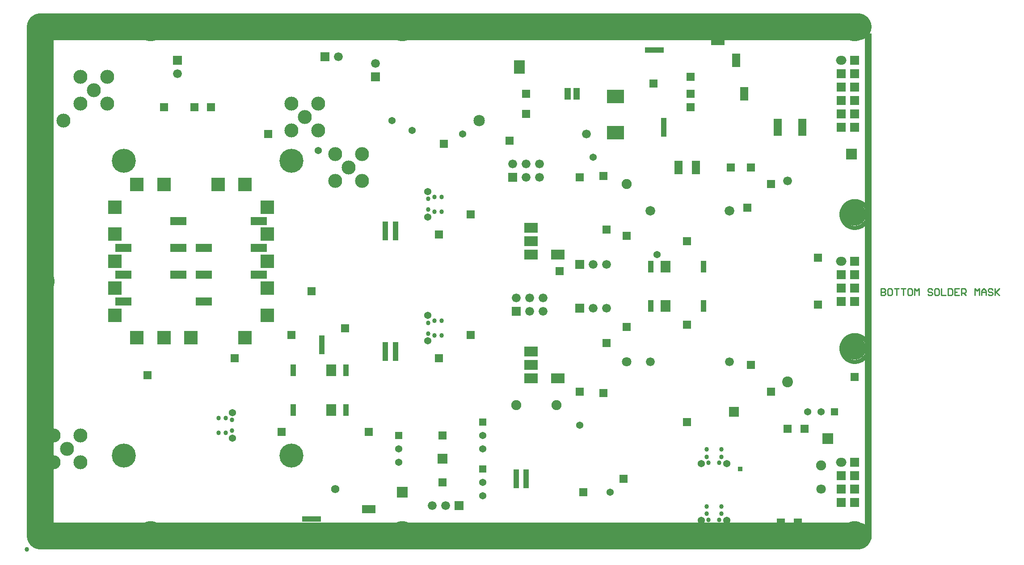
<source format=gbs>
*%FSLAX24Y24*%
*%MOIN*%
G01*
%ADD11C,0.0000*%
%ADD12C,0.0050*%
%ADD13C,0.0060*%
%ADD14C,0.0073*%
%ADD15C,0.0080*%
%ADD16C,0.0098*%
%ADD17C,0.0100*%
%ADD18C,0.0120*%
%ADD19C,0.0150*%
%ADD20C,0.0160*%
%ADD21C,0.0160*%
%ADD22C,0.0197*%
%ADD23C,0.0200*%
%ADD24C,0.0200*%
%ADD25C,0.0240*%
%ADD26O,0.0240X0.0800*%
%ADD27C,0.0250*%
%ADD28O,0.0280X0.0840*%
%ADD29C,0.0300*%
%ADD30C,0.0300*%
%ADD31C,0.0320*%
%ADD32C,0.0340*%
%ADD33C,0.0360*%
%ADD34C,0.0380*%
%ADD35C,0.0394*%
%ADD36C,0.0397*%
%ADD37C,0.0400*%
%ADD38C,0.0434*%
%ADD39C,0.0460*%
%ADD40C,0.0480*%
%ADD41C,0.0480*%
%ADD42C,0.0500*%
%ADD43C,0.0500*%
%ADD44C,0.0520*%
%ADD45C,0.0540*%
%ADD46C,0.0560*%
%ADD47C,0.0580*%
%ADD48C,0.0600*%
%ADD49C,0.0620*%
%ADD50C,0.0650*%
%ADD51C,0.0660*%
%ADD52C,0.0670*%
%ADD53C,0.0680*%
%ADD54C,0.0710*%
%ADD55C,0.0720*%
%ADD56O,0.0750X0.0620*%
%ADD57C,0.0750*%
%ADD58C,0.0760*%
%ADD59O,0.0790X0.0660*%
%ADD60C,0.0810*%
%ADD61C,0.0827*%
%ADD62C,0.0850*%
%ADD63C,0.0870*%
%ADD64C,0.1000*%
%ADD65C,0.1040*%
%ADD66C,0.1299*%
%ADD67C,0.1499*%
%ADD68C,0.1600*%
%ADD69C,0.1700*%
%ADD70C,0.1750*%
%ADD71C,0.1790*%
%ADD72C,0.2000*%
%ADD73C,0.2299*%
%ADD74R,0.0100X0.0100*%
%ADD75R,0.0200X0.0200*%
%ADD76R,0.0200X0.0500*%
%ADD77R,0.0200X0.0650*%
%ADD78R,0.0200X0.1600*%
%ADD79R,0.0240X0.0700*%
%ADD80R,0.0280X0.0600*%
%ADD81R,0.0300X0.0300*%
%ADD82R,0.0300X0.0300*%
%ADD83R,0.0300X0.0600*%
%ADD84R,0.0300X0.0650*%
%ADD85R,0.0300X0.0700*%
%ADD86R,0.0315X0.0709*%
%ADD87R,0.0320X0.0560*%
%ADD88R,0.0320X0.0640*%
%ADD89R,0.0335X0.0758*%
%ADD90R,0.0340X0.0340*%
%ADD91R,0.0340X0.0700*%
%ADD92R,0.0340X0.0800*%
%ADD93R,0.0344X0.0787*%
%ADD94R,0.0344X0.0797*%
%ADD95R,0.0350X0.0700*%
%ADD96R,0.0350X0.0800*%
%ADD97R,0.0354X0.0787*%
%ADD98R,0.0355X0.0749*%
%ADD99R,0.0360X0.0600*%
%ADD100R,0.0360X0.1300*%
%ADD101R,0.0394X0.0827*%
%ADD102R,0.0400X0.0200*%
%ADD103R,0.0400X0.0500*%
%ADD104R,0.0400X0.0640*%
%ADD105R,0.0400X0.0750*%
%ADD106R,0.0400X0.1350*%
%ADD107R,0.0420X0.0850*%
%ADD108R,0.0434X0.0867*%
%ADD109R,0.0440X0.0540*%
%ADD110R,0.0440X0.1390*%
%ADD111R,0.0460X0.0890*%
%ADD112R,0.0500X0.0200*%
%ADD113R,0.0500X0.0400*%
%ADD114R,0.0500X0.0500*%
%ADD115R,0.0500X0.0500*%
%ADD116R,0.0500X0.0850*%
%ADD117R,0.0500X0.1000*%
%ADD118R,0.0500X0.1200*%
%ADD119R,0.0540X0.0440*%
%ADD120R,0.0540X0.0540*%
%ADD121R,0.0540X0.0890*%
%ADD122R,0.0540X0.0960*%
%ADD123R,0.0540X0.1040*%
%ADD124R,0.0550X0.0650*%
%ADD125R,0.0550X0.0780*%
%ADD126R,0.0550X0.0800*%
%ADD127R,0.0560X0.0320*%
%ADD128R,0.0591X0.1260*%
%ADD129R,0.0600X0.0280*%
%ADD130R,0.0600X0.0360*%
%ADD131R,0.0600X0.0600*%
%ADD132R,0.0600X0.1000*%
%ADD133R,0.0600X0.1200*%
%ADD134R,0.0600X0.1250*%
%ADD135R,0.0620X0.0620*%
%ADD136R,0.0631X0.1300*%
%ADD137R,0.0640X0.0320*%
%ADD138R,0.0640X0.0400*%
%ADD139R,0.0640X0.0640*%
%ADD140R,0.0640X0.1040*%
%ADD141R,0.0640X0.1290*%
%ADD142R,0.0650X0.0200*%
%ADD143R,0.0650X0.0550*%
%ADD144R,0.0650X0.0650*%
%ADD145R,0.0660X0.0660*%
%ADD146R,0.0700X0.0700*%
%ADD147R,0.0700X0.0900*%
%ADD148R,0.0709X0.0827*%
%ADD149R,0.0740X0.0740*%
%ADD150R,0.0749X0.0867*%
%ADD151R,0.0750X0.0400*%
%ADD152R,0.0750X0.0750*%
%ADD153R,0.0750X0.0750*%
%ADD154R,0.0750X0.0800*%
%ADD155R,0.0790X0.0790*%
%ADD156R,0.0800X0.0750*%
%ADD157R,0.0800X0.0800*%
%ADD158R,0.0800X0.0800*%
%ADD159R,0.0800X0.1000*%
%ADD160R,0.0800X0.1250*%
%ADD161R,0.0840X0.1040*%
%ADD162R,0.0850X0.0500*%
%ADD163R,0.0890X0.0540*%
%ADD164R,0.0900X0.0600*%
%ADD165R,0.0900X0.0900*%
%ADD166R,0.0940X0.0940*%
%ADD167R,0.0960X0.0540*%
%ADD168R,0.0960X0.0960*%
%ADD169R,0.0960X0.1220*%
%ADD170R,0.1000X0.0500*%
%ADD171R,0.1000X0.0600*%
%ADD172R,0.1000X0.0700*%
%ADD173R,0.1000X0.1000*%
%ADD174R,0.1000X0.1000*%
%ADD175R,0.1000X0.1250*%
%ADD176R,0.1040X0.0540*%
%ADD177R,0.1040X0.0640*%
%ADD178R,0.1040X0.0740*%
%ADD179R,0.1040X0.1040*%
%ADD180R,0.1040X0.1290*%
%ADD181R,0.1060X0.1060*%
%ADD182R,0.1140X0.0540*%
%ADD183R,0.1200X0.0500*%
%ADD184R,0.1200X0.0600*%
%ADD185R,0.1220X0.0960*%
%ADD186R,0.1240X0.0640*%
%ADD187R,0.1250X0.0600*%
%ADD188R,0.1250X0.0800*%
%ADD189R,0.1250X0.1000*%
%ADD190R,0.1260X0.0591*%
%ADD191R,0.1290X0.0640*%
%ADD192R,0.1290X0.1040*%
%ADD193R,0.1300X0.0631*%
%ADD194R,0.1300X0.0360*%
%ADD195R,0.1350X0.0400*%
%ADD196R,0.1390X0.0440*%
%ADD197R,0.1500X0.1500*%
%ADD198R,0.1600X0.0200*%
%ADD199R,0.1600X0.2400*%
%ADD200R,0.1700X0.1700*%
%ADD201R,0.1800X0.1800*%
%ADD202R,0.1900X0.1900*%
%ADD203R,0.2000X0.0750*%
%ADD204R,0.2000X0.2000*%
%ADD205R,0.2040X0.0790*%
%ADD206R,0.2100X0.2100*%
%ADD207R,0.2200X0.2200*%
%ADD208R,0.2300X0.2300*%
%ADD209R,0.2400X0.1600*%
%ADD210R,0.2400X0.2400*%
%ADD211R,0.2500X0.2500*%
D11*
X96770Y52710D02*
D03*
Y44960D02*
D03*
X94020Y63710D02*
D03*
Y62460D02*
D03*
X93770Y52960D02*
D03*
X94020Y48960D02*
D03*
X95020Y51210D02*
D03*
Y41460D02*
D03*
X93770Y45210D02*
D03*
X94020Y31960D02*
D03*
X95020Y46710D02*
D03*
X93770Y29460D02*
D03*
X93270Y59960D02*
D03*
Y61210D02*
D03*
X92770Y52960D02*
D03*
X92270Y51960D02*
D03*
X91770Y47510D02*
D03*
X92270Y55210D02*
D03*
X93020Y32710D02*
D03*
Y34460D02*
D03*
Y35960D02*
D03*
X92770Y45210D02*
D03*
X91270Y63710D02*
D03*
X91020Y65960D02*
D03*
X91270Y48710D02*
D03*
Y61460D02*
D03*
Y50110D02*
D03*
Y46960D02*
D03*
Y30210D02*
D03*
X89520Y63960D02*
D03*
X89770Y67210D02*
D03*
X90520Y54960D02*
D03*
X90370Y51860D02*
D03*
Y53160D02*
D03*
X89720Y61610D02*
D03*
X89470Y50560D02*
D03*
X90370Y43960D02*
D03*
X90420Y45460D02*
D03*
X90270Y35460D02*
D03*
Y34210D02*
D03*
X90220Y38410D02*
D03*
X89770Y36460D02*
D03*
Y32460D02*
D03*
X88020Y59710D02*
D03*
X89170Y54360D02*
D03*
X88520Y47710D02*
D03*
X88370Y61460D02*
D03*
X88520Y62960D02*
D03*
X87520Y50210D02*
D03*
Y57810D02*
D03*
X87770Y46710D02*
D03*
X88770Y39460D02*
D03*
X88970Y46110D02*
D03*
X89020Y40960D02*
D03*
X88520Y38210D02*
D03*
Y34210D02*
D03*
X87520Y44960D02*
D03*
Y41960D02*
D03*
X86270Y50210D02*
D03*
X87170Y55510D02*
D03*
X86520Y53210D02*
D03*
X85970Y61610D02*
D03*
Y60360D02*
D03*
X85770Y44960D02*
D03*
X86020Y46960D02*
D03*
X86770Y38210D02*
D03*
X85770Y39460D02*
D03*
X86520Y34210D02*
D03*
X86270Y40710D02*
D03*
X87020Y30210D02*
D03*
X85520Y65210D02*
D03*
X84520Y63960D02*
D03*
X84270Y66460D02*
D03*
X85520Y62960D02*
D03*
X84870Y48560D02*
D03*
X84520Y59710D02*
D03*
Y61710D02*
D03*
X84820Y50810D02*
D03*
X85520Y38210D02*
D03*
X84770Y34210D02*
D03*
Y42210D02*
D03*
X84270Y38460D02*
D03*
X83770Y41210D02*
D03*
X83920Y30310D02*
D03*
X83170Y66860D02*
D03*
X82020Y64960D02*
D03*
X82770Y67710D02*
D03*
X81770Y62710D02*
D03*
Y61710D02*
D03*
X81970Y48560D02*
D03*
X83520Y54210D02*
D03*
X81920Y50960D02*
D03*
X83370Y50810D02*
D03*
X83270Y34710D02*
D03*
X82520Y43460D02*
D03*
X82270Y39460D02*
D03*
X83420Y46460D02*
D03*
X81070Y67160D02*
D03*
X80270Y64460D02*
D03*
X80770Y68210D02*
D03*
Y56460D02*
D03*
X80020Y52960D02*
D03*
X81520Y55960D02*
D03*
X80020Y43710D02*
D03*
X80270Y45460D02*
D03*
X80770Y40460D02*
D03*
X80630Y39090D02*
D03*
X81470Y34610D02*
D03*
X78520Y65960D02*
D03*
X79420Y55360D02*
D03*
X79170Y61360D02*
D03*
X78970Y51210D02*
D03*
X79070Y58460D02*
D03*
X78920Y48810D02*
D03*
Y47710D02*
D03*
X78270Y55460D02*
D03*
Y48210D02*
D03*
X79470Y41960D02*
D03*
X78870Y39110D02*
D03*
X79020Y46410D02*
D03*
X78370Y43510D02*
D03*
X78520Y40460D02*
D03*
X77820Y32610D02*
D03*
X76270Y68210D02*
D03*
X77270D02*
D03*
X77320Y61810D02*
D03*
X77020Y59460D02*
D03*
X77120Y58460D02*
D03*
X76770Y60710D02*
D03*
X76520Y48460D02*
D03*
Y52460D02*
D03*
X76070Y54910D02*
D03*
X77020Y36710D02*
D03*
X76770Y34960D02*
D03*
X76520Y44710D02*
D03*
Y41710D02*
D03*
X77520Y30210D02*
D03*
X75270Y68210D02*
D03*
Y64210D02*
D03*
Y60710D02*
D03*
X75020Y62210D02*
D03*
X75270Y34960D02*
D03*
X75020Y43460D02*
D03*
X75370Y29310D02*
D03*
X74270Y68210D02*
D03*
X74770Y50960D02*
D03*
Y52960D02*
D03*
Y54710D02*
D03*
Y58210D02*
D03*
Y38960D02*
D03*
Y41710D02*
D03*
X74270Y40460D02*
D03*
X73270Y68210D02*
D03*
X72270Y68460D02*
D03*
X72770Y66960D02*
D03*
X73020Y48460D02*
D03*
X72920Y55410D02*
D03*
X72770Y51960D02*
D03*
Y53710D02*
D03*
X72520Y49960D02*
D03*
X73170Y45710D02*
D03*
X72770Y36710D02*
D03*
Y42710D02*
D03*
X72520Y38960D02*
D03*
X72270Y32210D02*
D03*
X73270Y30210D02*
D03*
X70020Y49960D02*
D03*
X70970Y48510D02*
D03*
X70770Y62210D02*
D03*
X70520Y52960D02*
D03*
X71570Y45910D02*
D03*
X71020Y40960D02*
D03*
X70770Y38210D02*
D03*
Y43710D02*
D03*
X70270Y36710D02*
D03*
X70020Y34210D02*
D03*
X70270Y31210D02*
D03*
X68770Y63210D02*
D03*
X69470Y53960D02*
D03*
X69520Y56310D02*
D03*
X68770Y61710D02*
D03*
Y60710D02*
D03*
Y59210D02*
D03*
X69100Y44320D02*
D03*
X69020Y40210D02*
D03*
X68020Y29710D02*
D03*
X67270Y63210D02*
D03*
X66770Y68460D02*
D03*
X66020Y63210D02*
D03*
X67270Y53160D02*
D03*
Y49710D02*
D03*
Y54710D02*
D03*
Y61710D02*
D03*
Y59210D02*
D03*
Y36460D02*
D03*
Y38460D02*
D03*
Y40460D02*
D03*
Y43960D02*
D03*
X66270Y40960D02*
D03*
X64770Y63210D02*
D03*
X64020Y64460D02*
D03*
X64520Y49710D02*
D03*
X64770Y34210D02*
D03*
X64270Y40960D02*
D03*
X64020Y35210D02*
D03*
Y37460D02*
D03*
X64270Y30210D02*
D03*
X63770Y52210D02*
D03*
Y50210D02*
D03*
X62270Y60960D02*
D03*
X62950Y49140D02*
D03*
X63520Y42960D02*
D03*
Y33210D02*
D03*
X62270Y40960D02*
D03*
X61520Y64460D02*
D03*
X62020Y65960D02*
D03*
X61520Y61960D02*
D03*
X61770Y49710D02*
D03*
X60770Y58710D02*
D03*
Y59710D02*
D03*
X60520Y49710D02*
D03*
X62020Y39960D02*
D03*
Y34210D02*
D03*
X61520Y46710D02*
D03*
X61020Y32960D02*
D03*
Y35960D02*
D03*
Y37210D02*
D03*
X60520Y46710D02*
D03*
Y42710D02*
D03*
Y41210D02*
D03*
X59520Y54960D02*
D03*
X59770Y62460D02*
D03*
X60020Y32960D02*
D03*
X59510Y41190D02*
D03*
X58770Y60960D02*
D03*
X58520Y47960D02*
D03*
Y50710D02*
D03*
X59020Y39210D02*
D03*
X58520Y35460D02*
D03*
Y37460D02*
D03*
Y46210D02*
D03*
X58270Y43210D02*
D03*
X57520Y64210D02*
D03*
X56270Y66710D02*
D03*
Y68460D02*
D03*
X57520Y47960D02*
D03*
Y50710D02*
D03*
X56770Y55460D02*
D03*
X56520Y47960D02*
D03*
X57770Y52210D02*
D03*
X56770Y53460D02*
D03*
X56870Y37760D02*
D03*
X56520Y34960D02*
D03*
X56270Y33460D02*
D03*
X57520Y46210D02*
D03*
X57020Y40210D02*
D03*
Y41460D02*
D03*
X56270Y42960D02*
D03*
Y46210D02*
D03*
X57020Y38410D02*
D03*
X55270Y53460D02*
D03*
Y55460D02*
D03*
X56020Y52210D02*
D03*
X54770Y37210D02*
D03*
X54270Y33460D02*
D03*
X55520Y32710D02*
D03*
X54770Y46210D02*
D03*
X55520Y30210D02*
D03*
X53770Y66960D02*
D03*
X53020Y62460D02*
D03*
Y60460D02*
D03*
X53770Y55460D02*
D03*
X52770Y33460D02*
D03*
Y35210D02*
D03*
X52520Y32210D02*
D03*
Y44460D02*
D03*
X51770Y67960D02*
D03*
X51020Y64210D02*
D03*
X52020Y56210D02*
D03*
Y58210D02*
D03*
X51270Y48460D02*
D03*
X50520Y33460D02*
D03*
X51770Y43210D02*
D03*
Y39710D02*
D03*
X51270Y46460D02*
D03*
X50520Y35210D02*
D03*
X50270Y50460D02*
D03*
X49770Y60210D02*
D03*
X49520Y56210D02*
D03*
X48770Y50460D02*
D03*
X48520Y62960D02*
D03*
Y33460D02*
D03*
X49520Y46210D02*
D03*
Y44710D02*
D03*
X48520Y39960D02*
D03*
Y35210D02*
D03*
X50020Y30210D02*
D03*
X47520Y54710D02*
D03*
Y48460D02*
D03*
Y50460D02*
D03*
Y52460D02*
D03*
Y56210D02*
D03*
X47270Y58210D02*
D03*
X47520Y42460D02*
D03*
Y46210D02*
D03*
Y44710D02*
D03*
Y43960D02*
D03*
X47020Y40960D02*
D03*
X46770Y35210D02*
D03*
Y37210D02*
D03*
Y38210D02*
D03*
Y39960D02*
D03*
X45470Y61960D02*
D03*
X45520Y58210D02*
D03*
Y56210D02*
D03*
Y48460D02*
D03*
Y50460D02*
D03*
Y52460D02*
D03*
X44770Y53960D02*
D03*
X44520Y50460D02*
D03*
X45770Y33710D02*
D03*
X45520Y38210D02*
D03*
Y43960D02*
D03*
X45270Y39960D02*
D03*
X45020Y40960D02*
D03*
X44520Y46710D02*
D03*
X44770Y29460D02*
D03*
Y30460D02*
D03*
X43770Y63710D02*
D03*
Y64960D02*
D03*
X44270Y58810D02*
D03*
X43520Y56210D02*
D03*
X43020Y50460D02*
D03*
X42770Y48210D02*
D03*
Y54460D02*
D03*
Y52710D02*
D03*
X43520Y43960D02*
D03*
X43020Y38210D02*
D03*
Y39710D02*
D03*
X42770Y33710D02*
D03*
Y31460D02*
D03*
X41770Y68210D02*
D03*
X42020Y65210D02*
D03*
X41770Y64210D02*
D03*
Y60960D02*
D03*
Y62460D02*
D03*
X41020Y42460D02*
D03*
Y43960D02*
D03*
X41770Y30210D02*
D03*
X39520Y48460D02*
D03*
Y50460D02*
D03*
Y54460D02*
D03*
Y52460D02*
D03*
Y46460D02*
D03*
X37270Y64210D02*
D03*
Y62210D02*
D03*
X38020Y40460D02*
D03*
Y38710D02*
D03*
Y43960D02*
D03*
Y42460D02*
D03*
X35770Y66710D02*
D03*
X35270Y59460D02*
D03*
X36520Y40460D02*
D03*
Y38710D02*
D03*
Y42460D02*
D03*
X35770Y31960D02*
D03*
D17*
X97970Y47910D02*
Y48410D01*
Y47910D02*
X98220D01*
X98303Y47993D01*
Y48077D01*
X98220Y48160D01*
X97970D01*
X97971D01*
X97970D02*
X97971D01*
X97970D02*
X97971D01*
X97970D02*
X98220D01*
X98303Y48243D01*
Y48327D01*
X98220Y48410D01*
X97970D01*
X98553D02*
X98720D01*
X98553D02*
X98470Y48327D01*
Y47993D01*
X98553Y47910D01*
X98720D01*
X98803Y47993D01*
Y48327D01*
X98720Y48410D01*
X98970D02*
X99303D01*
X99136D01*
Y47910D01*
X99470Y48410D02*
X99803D01*
X99636D01*
Y47910D01*
X100053Y48410D02*
X100219D01*
X100053D02*
X99969Y48327D01*
Y47993D01*
X100053Y47910D01*
X100219D01*
X100303Y47993D01*
Y48327D01*
X100219Y48410D01*
X100469D02*
Y47910D01*
X100636Y48243D02*
X100469Y48410D01*
X100636Y48243D02*
X100802Y48410D01*
Y47910D01*
X101719Y48410D02*
X101802Y48327D01*
X101719Y48410D02*
X101552D01*
X101469Y48327D01*
Y48243D01*
X101552Y48160D01*
X101719D01*
X101802Y48077D01*
Y47993D01*
X101719Y47910D01*
X101552D01*
X101469Y47993D01*
X102052Y48410D02*
X102219D01*
X102052D02*
X101969Y48327D01*
Y47993D01*
X102052Y47910D01*
X102219D01*
X102302Y47993D01*
Y48327D01*
X102219Y48410D01*
X102469D02*
Y47910D01*
X102802D01*
X102968D02*
Y48410D01*
Y47910D02*
X103218D01*
X103302Y47993D01*
Y48327D01*
X103218Y48410D01*
X102968D01*
X103468D02*
X103801D01*
X103468D02*
Y47910D01*
X103801D01*
X103635Y48160D02*
X103468D01*
X103968Y47910D02*
Y48410D01*
X104218D01*
X104301Y48327D01*
Y48160D01*
X104218Y48077D01*
X103968D01*
X104135D02*
X104301Y47910D01*
X104968D02*
Y48410D01*
X105134Y48243D01*
X105301Y48410D01*
Y47910D01*
X105468D02*
Y48243D01*
X105634Y48410D01*
X105801Y48243D01*
Y47910D01*
Y48160D01*
X105468D01*
X106217Y48410D02*
X106301Y48327D01*
X106217Y48410D02*
X106051D01*
X105967Y48327D01*
Y48243D01*
X106051Y48160D01*
X106217D01*
X106301Y48077D01*
Y47993D01*
X106217Y47910D01*
X106051D01*
X105967Y47993D01*
X106467Y47910D02*
Y48410D01*
Y48077D02*
Y47910D01*
Y48077D02*
X106800Y48410D01*
X106551Y48160D01*
X106800Y47910D01*
D30*
X97020Y43960D02*
X97019Y43927D01*
X97018Y43894D01*
X97015Y43860D01*
X97011Y43827D01*
X97006Y43795D01*
X97000Y43762D01*
X96993Y43729D01*
X96985Y43697D01*
X96976Y43665D01*
X96965Y43634D01*
X96954Y43602D01*
X96941Y43572D01*
X96928Y43541D01*
X96914Y43511D01*
X96898Y43482D01*
X96882Y43453D01*
X96865Y43424D01*
X96846Y43397D01*
X96827Y43370D01*
X96807Y43343D01*
X96786Y43317D01*
X96764Y43292D01*
X96742Y43268D01*
X96718Y43244D01*
X96694Y43221D01*
X96669Y43199D01*
X96643Y43178D01*
X96617Y43158D01*
X96590Y43138D01*
X96563Y43120D01*
X96534Y43102D01*
X96506Y43086D01*
X96476Y43070D01*
X96446Y43055D01*
X96416Y43042D01*
X96385Y43029D01*
X96354Y43018D01*
X96323Y43007D01*
X96291Y42997D01*
X96259Y42989D01*
X96226Y42982D01*
X96194Y42975D01*
X96161Y42970D01*
X96128Y42966D01*
X96095Y42963D01*
X96062Y42961D01*
X96028Y42960D01*
X95995Y42960D01*
X95962Y42962D01*
X95929Y42964D01*
X95896Y42968D01*
X95863Y42972D01*
X95830Y42978D01*
X95797Y42985D01*
X95765Y42993D01*
X95733Y43002D01*
X95702Y43012D01*
X95670Y43023D01*
X95639Y43035D01*
X95609Y43048D01*
X95579Y43063D01*
X95549Y43078D01*
X95520Y43094D01*
X95491Y43111D01*
X95464Y43129D01*
X95436Y43148D01*
X95410Y43168D01*
X95384Y43189D01*
X95358Y43210D01*
X95334Y43233D01*
X95310Y43256D01*
X95287Y43280D01*
X95265Y43305D01*
X95243Y43330D01*
X95223Y43356D01*
X95203Y43383D01*
X95185Y43410D01*
X95167Y43439D01*
X95150Y43467D01*
X95134Y43496D01*
X95119Y43526D01*
X95105Y43556D01*
X95092Y43587D01*
X95080Y43618D01*
X95069Y43649D01*
X95060Y43681D01*
X95051Y43713D01*
X95043Y43746D01*
X95037Y43778D01*
X95031Y43811D01*
X95027Y43844D01*
X95023Y43877D01*
X95021Y43910D01*
X95020Y43943D01*
Y43977D01*
X95021Y44010D01*
X95023Y44043D01*
X95027Y44076D01*
X95031Y44109D01*
X95037Y44142D01*
X95043Y44174D01*
X95051Y44207D01*
X95060Y44239D01*
X95069Y44271D01*
X95080Y44302D01*
X95092Y44333D01*
X95105Y44364D01*
X95119Y44394D01*
X95134Y44424D01*
X95150Y44453D01*
X95167Y44481D01*
X95185Y44510D01*
X95203Y44537D01*
X95223Y44564D01*
X95243Y44590D01*
X95265Y44615D01*
X95287Y44640D01*
X95310Y44664D01*
X95334Y44687D01*
X95358Y44710D01*
X95384Y44731D01*
X95410Y44752D01*
X95436Y44772D01*
X95464Y44791D01*
X95491Y44809D01*
X95520Y44826D01*
X95549Y44842D01*
X95579Y44857D01*
X95609Y44872D01*
X95639Y44885D01*
X95670Y44897D01*
X95702Y44908D01*
X95733Y44918D01*
X95765Y44927D01*
X95797Y44935D01*
X95830Y44942D01*
X95863Y44948D01*
X95896Y44952D01*
X95929Y44956D01*
X95962Y44958D01*
X95995Y44960D01*
X96028Y44960D01*
X96062Y44959D01*
X96095Y44957D01*
X96128Y44954D01*
X96161Y44950D01*
X96194Y44945D01*
X96226Y44938D01*
X96259Y44931D01*
X96291Y44923D01*
X96323Y44913D01*
X96354Y44902D01*
X96385Y44891D01*
X96416Y44878D01*
X96446Y44865D01*
X96476Y44850D01*
X96506Y44834D01*
X96534Y44818D01*
X96563Y44800D01*
X96590Y44782D01*
X96617Y44762D01*
X96643Y44742D01*
X96669Y44721D01*
X96694Y44699D01*
X96718Y44676D01*
X96742Y44652D01*
X96764Y44628D01*
X96786Y44603D01*
X96807Y44577D01*
X96827Y44550D01*
X96846Y44523D01*
X96865Y44496D01*
X96882Y44467D01*
X96898Y44438D01*
X96914Y44409D01*
X96928Y44379D01*
X96941Y44348D01*
X96954Y44318D01*
X96965Y44286D01*
X96976Y44255D01*
X96985Y44223D01*
X96993Y44191D01*
X97000Y44158D01*
X97006Y44125D01*
X97011Y44093D01*
X97015Y44060D01*
X97018Y44026D01*
X97019Y43993D01*
X97020Y43960D01*
Y53960D02*
X97019Y53927D01*
X97018Y53894D01*
X97015Y53860D01*
X97011Y53827D01*
X97006Y53795D01*
X97000Y53762D01*
X96993Y53729D01*
X96985Y53697D01*
X96976Y53665D01*
X96965Y53634D01*
X96954Y53602D01*
X96941Y53572D01*
X96928Y53541D01*
X96914Y53511D01*
X96898Y53482D01*
X96882Y53453D01*
X96865Y53424D01*
X96846Y53397D01*
X96827Y53370D01*
X96807Y53343D01*
X96786Y53317D01*
X96764Y53292D01*
X96742Y53268D01*
X96718Y53244D01*
X96694Y53221D01*
X96669Y53199D01*
X96643Y53178D01*
X96617Y53158D01*
X96590Y53138D01*
X96563Y53120D01*
X96534Y53102D01*
X96506Y53086D01*
X96476Y53070D01*
X96446Y53055D01*
X96416Y53042D01*
X96385Y53029D01*
X96354Y53018D01*
X96323Y53007D01*
X96291Y52997D01*
X96259Y52989D01*
X96226Y52982D01*
X96194Y52975D01*
X96161Y52970D01*
X96128Y52966D01*
X96095Y52963D01*
X96062Y52961D01*
X96028Y52960D01*
X95995Y52960D01*
X95962Y52962D01*
X95929Y52964D01*
X95896Y52968D01*
X95863Y52972D01*
X95830Y52978D01*
X95797Y52985D01*
X95765Y52993D01*
X95733Y53002D01*
X95702Y53012D01*
X95670Y53023D01*
X95639Y53035D01*
X95609Y53048D01*
X95579Y53063D01*
X95549Y53078D01*
X95520Y53094D01*
X95491Y53111D01*
X95464Y53129D01*
X95436Y53148D01*
X95410Y53168D01*
X95384Y53189D01*
X95358Y53210D01*
X95334Y53233D01*
X95310Y53256D01*
X95287Y53280D01*
X95265Y53305D01*
X95243Y53330D01*
X95223Y53356D01*
X95203Y53383D01*
X95185Y53410D01*
X95167Y53439D01*
X95150Y53467D01*
X95134Y53496D01*
X95119Y53526D01*
X95105Y53556D01*
X95092Y53587D01*
X95080Y53618D01*
X95069Y53649D01*
X95060Y53681D01*
X95051Y53713D01*
X95043Y53746D01*
X95037Y53778D01*
X95031Y53811D01*
X95027Y53844D01*
X95023Y53877D01*
X95021Y53910D01*
X95020Y53943D01*
Y53977D01*
X95021Y54010D01*
X95023Y54043D01*
X95027Y54076D01*
X95031Y54109D01*
X95037Y54142D01*
X95043Y54174D01*
X95051Y54207D01*
X95060Y54239D01*
X95069Y54271D01*
X95080Y54302D01*
X95092Y54333D01*
X95105Y54364D01*
X95119Y54394D01*
X95134Y54424D01*
X95150Y54453D01*
X95167Y54481D01*
X95185Y54510D01*
X95203Y54537D01*
X95223Y54564D01*
X95243Y54590D01*
X95265Y54615D01*
X95287Y54640D01*
X95310Y54664D01*
X95334Y54687D01*
X95358Y54710D01*
X95384Y54731D01*
X95410Y54752D01*
X95436Y54772D01*
X95464Y54791D01*
X95491Y54809D01*
X95520Y54826D01*
X95549Y54842D01*
X95579Y54857D01*
X95609Y54872D01*
X95639Y54885D01*
X95670Y54897D01*
X95702Y54908D01*
X95733Y54918D01*
X95765Y54927D01*
X95797Y54935D01*
X95830Y54942D01*
X95863Y54948D01*
X95896Y54952D01*
X95929Y54956D01*
X95962Y54958D01*
X95995Y54960D01*
X96028Y54960D01*
X96062Y54959D01*
X96095Y54957D01*
X96128Y54954D01*
X96161Y54950D01*
X96194Y54945D01*
X96226Y54938D01*
X96259Y54931D01*
X96291Y54923D01*
X96323Y54913D01*
X96354Y54902D01*
X96385Y54891D01*
X96416Y54878D01*
X96446Y54865D01*
X96476Y54850D01*
X96506Y54834D01*
X96534Y54818D01*
X96563Y54800D01*
X96590Y54782D01*
X96617Y54762D01*
X96643Y54742D01*
X96669Y54721D01*
X96694Y54699D01*
X96718Y54676D01*
X96742Y54652D01*
X96764Y54628D01*
X96786Y54603D01*
X96807Y54577D01*
X96827Y54550D01*
X96846Y54523D01*
X96865Y54496D01*
X96882Y54467D01*
X96898Y54438D01*
X96914Y54409D01*
X96928Y54379D01*
X96941Y54348D01*
X96954Y54318D01*
X96965Y54286D01*
X96976Y54255D01*
X96985Y54223D01*
X96993Y54191D01*
X97000Y54158D01*
X97006Y54125D01*
X97011Y54093D01*
X97015Y54060D01*
X97018Y54026D01*
X97019Y53993D01*
X97020Y53960D01*
D32*
X85920Y35410D02*
D03*
X84970Y35860D02*
D03*
X86070D02*
D03*
X84970Y36410D02*
D03*
X86070D02*
D03*
X85120Y35410D02*
D03*
X85920Y31160D02*
D03*
X84970Y31610D02*
D03*
X86070D02*
D03*
X84970Y32160D02*
D03*
X86070D02*
D03*
X85120Y31160D02*
D03*
X64220Y54310D02*
D03*
X64670Y55260D02*
D03*
Y54160D02*
D03*
X65220Y55260D02*
D03*
Y54160D02*
D03*
X64220Y55110D02*
D03*
Y45060D02*
D03*
X64670Y46010D02*
D03*
Y44910D02*
D03*
X65220Y46010D02*
D03*
Y44910D02*
D03*
X64220Y45860D02*
D03*
X49570Y38610D02*
D03*
X49120Y37660D02*
D03*
Y38760D02*
D03*
X48570Y37660D02*
D03*
Y38760D02*
D03*
X49570Y37810D02*
D03*
X34270Y28960D02*
D03*
D38*
X94270Y30460D02*
D03*
X90270Y67960D02*
D03*
X35770D02*
D03*
Y30460D02*
D03*
D45*
X81270Y50960D02*
D03*
X77770Y33210D02*
D03*
X76520Y58210D02*
D03*
X75520Y38210D02*
D03*
X66770Y59960D02*
D03*
X63020Y60210D02*
D03*
X61520Y60960D02*
D03*
X56020Y58710D02*
D03*
X93520Y39210D02*
D03*
X92520D02*
D03*
X86470Y35360D02*
D03*
X84570D02*
D03*
X86470Y31110D02*
D03*
X84570D02*
D03*
X64170Y53760D02*
D03*
Y55660D02*
D03*
X68270Y37460D02*
D03*
Y36460D02*
D03*
Y33960D02*
D03*
Y32960D02*
D03*
X62020Y36460D02*
D03*
Y35460D02*
D03*
X64170Y44510D02*
D03*
Y46410D02*
D03*
X49620Y39160D02*
D03*
Y37260D02*
D03*
D49*
X57270Y33460D02*
D03*
D51*
X91020Y56460D02*
D03*
X76020Y59960D02*
D03*
X76520Y50210D02*
D03*
X77520D02*
D03*
X86676Y42960D02*
D03*
X80770D02*
D03*
X76520Y46960D02*
D03*
X77520D02*
D03*
X60270Y65210D02*
D03*
X71520Y56710D02*
D03*
Y57710D02*
D03*
X72520Y56710D02*
D03*
Y57710D02*
D03*
X70520D02*
D03*
X71770Y46710D02*
D03*
Y47710D02*
D03*
X72770Y46710D02*
D03*
Y47710D02*
D03*
X70770D02*
D03*
X65520Y32210D02*
D03*
X64520D02*
D03*
X45520Y64460D02*
D03*
X57520Y65710D02*
D03*
D54*
X93520Y33460D02*
D03*
X79020Y42960D02*
D03*
D55*
X80770Y54210D02*
D03*
X86676D02*
D03*
D57*
X93520Y35210D02*
D03*
X79020Y56210D02*
D03*
X73770Y39710D02*
D03*
X70770D02*
D03*
D59*
X95020Y65460D02*
D03*
Y50460D02*
D03*
Y35460D02*
D03*
D60*
X91020Y41460D02*
D03*
D61*
X94270Y30460D02*
D03*
X90270Y67960D02*
D03*
X35770D02*
D03*
Y30460D02*
D03*
D62*
X68020Y60960D02*
D03*
D65*
X59270Y58460D02*
D03*
X57270Y56460D02*
D03*
X59270D02*
D03*
X57270Y58460D02*
D03*
X58270Y57460D02*
D03*
X55020Y61210D02*
D03*
X54020Y62210D02*
D03*
X56020Y60210D02*
D03*
X54020D02*
D03*
X56020Y62210D02*
D03*
X39270Y63210D02*
D03*
X38270Y64210D02*
D03*
X40270Y62210D02*
D03*
X38270D02*
D03*
X40270Y64210D02*
D03*
X37020Y60960D02*
D03*
X38270Y37460D02*
D03*
X36270Y35460D02*
D03*
X38270D02*
D03*
X36270Y37460D02*
D03*
X37270Y36460D02*
D03*
D69*
X43520Y67710D02*
D03*
X96020D02*
D03*
Y53960D02*
D03*
Y43960D02*
D03*
Y30210D02*
D03*
X62270Y67710D02*
D03*
Y30210D02*
D03*
X35520Y48960D02*
D03*
X43520Y30210D02*
D03*
D71*
X41520Y57960D02*
D03*
X54020D02*
D03*
Y35960D02*
D03*
X41520D02*
D03*
D72*
X35270Y29960D02*
Y67960D01*
X69270Y29960D02*
X93020D01*
X96270D01*
Y67960D02*
X35270D01*
Y29960D02*
X69270D01*
D90*
X87470Y34960D02*
D03*
X87220Y30710D02*
D03*
D108*
X80798Y50064D02*
D03*
X84735D02*
D03*
Y47112D02*
D03*
X80798D02*
D03*
X58092Y39356D02*
D03*
X54155D02*
D03*
Y42308D02*
D03*
X58092D02*
D03*
D110*
X81770Y60460D02*
D03*
X61020Y52710D02*
D03*
X61770D02*
D03*
X71520Y34210D02*
D03*
X70770D02*
D03*
X61770Y43710D02*
D03*
X61020D02*
D03*
X65770Y30210D02*
D03*
X52520Y67960D02*
D03*
X56270Y44210D02*
D03*
D111*
X74600Y62960D02*
D03*
X75270D02*
D03*
D115*
X97020Y67210D02*
Y29960D01*
D120*
X94520Y39210D02*
D03*
X68270Y38460D02*
D03*
Y34960D02*
D03*
X62020Y37460D02*
D03*
D139*
X93270Y50710D02*
D03*
Y47210D02*
D03*
X96020Y41810D02*
D03*
X92270Y37960D02*
D03*
X91020D02*
D03*
X91770Y30960D02*
D03*
X83770Y64210D02*
D03*
X83520Y51960D02*
D03*
X77520Y52810D02*
D03*
X89770Y56210D02*
D03*
X88020Y54460D02*
D03*
X88270Y57460D02*
D03*
X86770D02*
D03*
X83770Y61960D02*
D03*
Y62960D02*
D03*
X81020Y63710D02*
D03*
X79020Y52360D02*
D03*
X77270Y56810D02*
D03*
X75520Y56710D02*
D03*
X83520Y38460D02*
D03*
X78770Y34210D02*
D03*
X75770Y33210D02*
D03*
X77270Y40610D02*
D03*
X77520Y44360D02*
D03*
X79020Y45560D02*
D03*
X83520Y45710D02*
D03*
X88270Y42710D02*
D03*
X89770Y40710D02*
D03*
X75520D02*
D03*
X90520Y30960D02*
D03*
X71520Y61460D02*
D03*
Y62960D02*
D03*
X74020Y49710D02*
D03*
X65370Y59210D02*
D03*
X70270Y59460D02*
D03*
X67370Y53960D02*
D03*
X65020Y52460D02*
D03*
X59770Y37710D02*
D03*
X65270Y37460D02*
D03*
Y33960D02*
D03*
X67370Y44960D02*
D03*
X65020Y43210D02*
D03*
X44520Y61960D02*
D03*
X48020D02*
D03*
X46770D02*
D03*
X52270Y59960D02*
D03*
X43270Y41960D02*
D03*
X54020Y44960D02*
D03*
X55520Y48210D02*
D03*
X58020Y45460D02*
D03*
X53270Y37710D02*
D03*
X49770Y43210D02*
D03*
D140*
X87170Y65460D02*
D03*
X84170Y57460D02*
D03*
X87770Y62960D02*
D03*
X82870Y57460D02*
D03*
D141*
X92120Y60460D02*
D03*
X90270D02*
D03*
D145*
X95020Y63460D02*
D03*
X96020Y64460D02*
D03*
Y63460D02*
D03*
Y62460D02*
D03*
X95020Y64460D02*
D03*
Y62460D02*
D03*
Y61460D02*
D03*
X96020D02*
D03*
X95020Y60460D02*
D03*
X96020Y65460D02*
D03*
Y60460D02*
D03*
X95020Y48460D02*
D03*
X96020Y49460D02*
D03*
Y48460D02*
D03*
Y47460D02*
D03*
X95020Y49460D02*
D03*
Y47460D02*
D03*
X96020Y50460D02*
D03*
X95020Y33460D02*
D03*
X96020Y34460D02*
D03*
Y33460D02*
D03*
Y32460D02*
D03*
X95020Y34460D02*
D03*
Y32460D02*
D03*
X96020Y35460D02*
D03*
X75520Y50210D02*
D03*
Y46960D02*
D03*
X60270Y64210D02*
D03*
X70520Y56710D02*
D03*
X70770Y46710D02*
D03*
X66520Y32210D02*
D03*
X45520Y65460D02*
D03*
X56520Y65710D02*
D03*
D149*
X87020Y39210D02*
D03*
D150*
X81900Y50064D02*
D03*
Y47112D02*
D03*
X56990Y39356D02*
D03*
Y42308D02*
D03*
D152*
X65270Y35710D02*
D03*
D157*
X95770Y58460D02*
D03*
X94020Y37210D02*
D03*
X62270Y33210D02*
D03*
D161*
X71020Y64960D02*
D03*
D166*
X40570Y68260D02*
X37970D01*
D177*
X59770Y30610D02*
D03*
Y31960D02*
D03*
D178*
X73870Y50960D02*
D03*
X71870Y51960D02*
D03*
Y52960D02*
D03*
Y50960D02*
D03*
X73870Y41710D02*
D03*
X71870Y42710D02*
D03*
Y43710D02*
D03*
Y41710D02*
D03*
D179*
X48540Y56170D02*
D03*
X40860Y52480D02*
D03*
Y50460D02*
D03*
Y48440D02*
D03*
Y46420D02*
D03*
X42480Y44750D02*
D03*
X44500D02*
D03*
X50560D02*
D03*
X52230Y46420D02*
D03*
Y48440D02*
D03*
Y50460D02*
D03*
Y52480D02*
D03*
X50560Y56170D02*
D03*
X44500D02*
D03*
X40860Y54500D02*
D03*
X42480Y56170D02*
D03*
X46520Y44750D02*
D03*
X52230Y54500D02*
D03*
D180*
X85820Y67210D02*
D03*
D186*
X51570Y53460D02*
D03*
X47470Y51460D02*
D03*
Y49460D02*
D03*
Y47460D02*
D03*
X51570Y49460D02*
D03*
Y51460D02*
D03*
X45570Y53460D02*
D03*
X41470Y51460D02*
D03*
Y49460D02*
D03*
Y47460D02*
D03*
X45570Y49460D02*
D03*
Y51460D02*
D03*
D192*
X78170Y60060D02*
D03*
Y62760D02*
D03*
X65520Y67660D02*
D03*
X68020D02*
D03*
D196*
X81070Y66210D02*
D03*
X55520Y31210D02*
D03*
M02*

</source>
